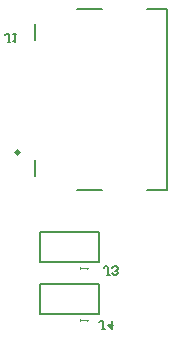
<source format=gbo>
G04*
G04 #@! TF.GenerationSoftware,Altium Limited,Altium Designer,23.3.1 (30)*
G04*
G04 Layer_Color=32896*
%FSLAX44Y44*%
%MOMM*%
G71*
G04*
G04 #@! TF.SameCoordinates,C5E1189D-41B8-4AFE-B9F0-E66C201BB24E*
G04*
G04*
G04 #@! TF.FilePolarity,Positive*
G04*
G01*
G75*
%ADD10C,0.2000*%
%ADD11C,0.1500*%
%ADD17C,0.3000*%
%ADD27C,0.1270*%
%ADD28C,0.1000*%
D10*
X940700Y400000D02*
X990700D01*
X940700D02*
Y426000D01*
X990700D01*
Y400000D02*
Y426000D01*
X940700Y444000D02*
X990700D01*
X940700D02*
Y470000D01*
X990700D01*
Y444000D02*
Y470000D01*
D11*
X916000Y630501D02*
X913667D01*
X914834D01*
Y636333D01*
X913667Y637499D01*
X912501D01*
X911335Y636333D01*
X918333Y637499D02*
X920665D01*
X919499D01*
Y630501D01*
X918333Y631667D01*
X995834Y387501D02*
X993501D01*
X994667D01*
Y393333D01*
X993501Y394499D01*
X992335D01*
X991169Y393333D01*
X1001665Y394499D02*
Y387501D01*
X998166Y391000D01*
X1002831D01*
X999834Y433501D02*
X997501D01*
X998667D01*
Y439333D01*
X997501Y440499D01*
X996335D01*
X995169Y439333D01*
X1002166Y434667D02*
X1003333Y433501D01*
X1005665D01*
X1006832Y434667D01*
Y435834D01*
X1005665Y437000D01*
X1004499D01*
X1005665D01*
X1006832Y438166D01*
Y439333D01*
X1005665Y440499D01*
X1003333D01*
X1002166Y439333D01*
D17*
X923000Y537000D02*
G03*
X923000Y537000I-1000J0D01*
G01*
D27*
X1048500Y505500D02*
Y658500D01*
X1031800D02*
X1048500D01*
X972200D02*
X993400D01*
X1031800Y505500D02*
X1048500D01*
X972200D02*
X993400D01*
X937000Y632000D02*
Y646000D01*
Y517000D02*
Y531000D01*
D28*
X974700Y394000D02*
Y396333D01*
Y395166D01*
X981698D01*
X980531Y394000D01*
X974700Y438000D02*
Y440333D01*
Y439166D01*
X981698D01*
X980531Y438000D01*
M02*

</source>
